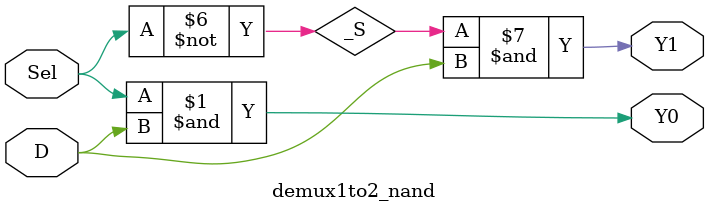
<source format=v>

module demux1to2_nand (Y0, Y1, Sel, D);  

// Input ports declaration
input Sel;
input D;

// Output ports declaration
output Y0;
output Y1;

// Internal wires declaration
wire a;
wire b;
wire _S;

// Primitive Instantiation
nand(a, Sel, D);
nand(Y0, a, a);

nand(_S,Sel,Sel);
nand(b, _S, D);
nand(Y1, b, b);


endmodule

</source>
